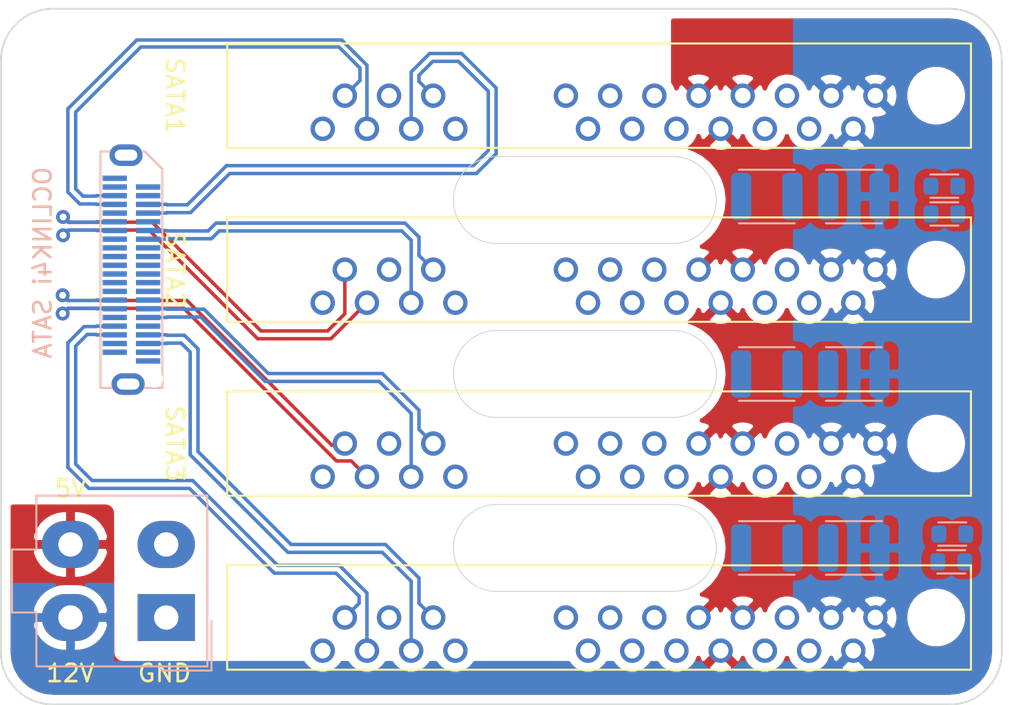
<source format=kicad_pcb>
(kicad_pcb (version 20171130) (host pcbnew 5.1.6)
  (layers (0 F.Cu signal) (1 In1.Cu signal) (2 In2.Cu signal) (31 B.Cu signal) (34 B.Paste user) (35 F.Paste user) (36 B.SilkS user) (37 F.SilkS user) (38 B.Mask user) (39 F.Mask user) (44 Edge.Cuts user))
  (net 0 "")
  (net 1 "Net-(P0-PadB21)")
  (net 2 GND)
  (net 3 /TX3-)
  (net 4 /TX3+)
  (net 5 /TX2-)
  (net 6 /TX2+)
  (net 7 "Net-(P0-PadB13)")
  (net 8 "Net-(P0-PadB12)")
  (net 9 "Net-(P0-PadB10)")
  (net 10 "Net-(P0-PadB9)")
  (net 11 /TX1-)
  (net 12 /TX1+)
  (net 13 /TX0-)
  (net 14 /TX0+)
  (net 15 "Net-(P0-PadA21)")
  (net 16 /RX3-)
  (net 17 /RX3+)
  (net 18 /RX2-)
  (net 19 /RX2+)
  (net 20 "Net-(P0-PadA13)")
  (net 21 "Net-(P0-PadA12)")
  (net 22 "Net-(P0-PadA10)")
  (net 23 "Net-(P0-PadA9)")
  (net 24 /RX1-)
  (net 25 /RX1+)
  (net 26 /RX0-)
  (net 27 /RX0+)
  (net 28 "Net-(P0-PadB1)")
  (net 29 "Net-(P0-PadA1)")
  (net 30 "Net-(P1-PadP2)")
  (net 31 "Net-(P1-PadP11)")
  (net 32 "Net-(P1-PadP3)")
  (net 33 "Net-(P1-PadP1)")
  (net 34 "Net-(P2-PadP2)")
  (net 35 "Net-(P2-PadP11)")
  (net 36 "Net-(P2-PadP3)")
  (net 37 "Net-(P2-PadP1)")
  (net 38 "Net-(P3-PadP2)")
  (net 39 "Net-(P3-PadP11)")
  (net 40 "Net-(P3-PadP3)")
  (net 41 "Net-(P3-PadP1)")
  (net 42 "Net-(P4-PadP2)")
  (net 43 "Net-(P4-PadP11)")
  (net 44 "Net-(P4-PadP3)")
  (net 45 "Net-(P4-PadP1)")
  (net 46 +12V)
  (net 47 +5V)
  (module Applidyne_Capacitor:CAPC3225X170N (layer B.Cu) (at 129 126)
    (fp_text reference C7 hide)
    (fp_text value 10u_X7S_3225M hide)
    (fp_line (start 1.6 1.54) (end -1.6 1.54) (layer B.SilkS) (width 0.12))
    (fp_line (start 1.6 -1.54) (end -1.6 -1.54) (layer B.SilkS) (width 0.12))
    (pad 2 smd roundrect (at 1.475 0 180) (size 1.16 2.72) (layers B.Cu B.Paste B.Mask) (net 2 GND))
    (pad 1 smd roundrect (at -1.475 0 180) (size 1.16 2.72) (layers B.Cu B.Paste B.Mask) (net 47 +5V))
  )
  (module Applidyne_Capacitor:CAPC3225X170N (layer B.Cu) (at 129 116)
    (fp_text reference C6 hide)
    (fp_text value 10u_X7S_3225M hide)
    (fp_line (start 1.6 1.54) (end -1.6 1.54) (layer B.SilkS) (width 0.12))
    (fp_line (start 1.6 -1.54) (end -1.6 -1.54) (layer B.SilkS) (width 0.12))
    (pad 2 smd roundrect (at 1.475 0 180) (size 1.16 2.72) (layers B.Cu B.Paste B.Mask) (net 2 GND))
    (pad 1 smd roundrect (at -1.475 0 180) (size 1.16 2.72) (layers B.Cu B.Paste B.Mask) (net 47 +5V))
  )
  (module Applidyne_Capacitor:CAPC3225X170N (layer B.Cu) (at 129 105.8)
    (fp_text reference C5 hide)
    (fp_text value 10u_X7S_3225M hide)
    (fp_line (start 1.6 1.54) (end -1.6 1.54) (layer B.SilkS) (width 0.12))
    (fp_line (start 1.6 -1.54) (end -1.6 -1.54) (layer B.SilkS) (width 0.12))
    (pad 2 smd roundrect (at 1.475 0 180) (size 1.16 2.72) (layers B.Cu B.Paste B.Mask) (net 2 GND))
    (pad 1 smd roundrect (at -1.475 0 180) (size 1.16 2.72) (layers B.Cu B.Paste B.Mask) (net 47 +5V))
  )
  (module Applidyne_Capacitor:CAPC3225X170N (layer B.Cu) (at 134 126)
    (fp_text reference C3 hide)
    (fp_text value 10u_X7S_3225M hide)
    (fp_line (start 1.6 1.54) (end -1.6 1.54) (layer B.SilkS) (width 0.12))
    (fp_line (start 1.6 -1.54) (end -1.6 -1.54) (layer B.SilkS) (width 0.12))
    (pad 2 smd roundrect (at 1.475 0 180) (size 1.16 2.72) (layers B.Cu B.Paste B.Mask) (net 46 +12V))
    (pad 1 smd roundrect (at -1.475 0 180) (size 1.16 2.72) (layers B.Cu B.Paste B.Mask) (net 2 GND))
  )
  (module Applidyne_Capacitor:CAPC3225X170N (layer B.Cu) (at 134 116)
    (fp_text reference C2 hide)
    (fp_text value 10u_X7S_3225M hide)
    (fp_line (start 1.6 1.54) (end -1.6 1.54) (layer B.SilkS) (width 0.12))
    (fp_line (start 1.6 -1.54) (end -1.6 -1.54) (layer B.SilkS) (width 0.12))
    (pad 2 smd roundrect (at 1.475 0 180) (size 1.16 2.72) (layers B.Cu B.Paste B.Mask) (net 46 +12V))
    (pad 1 smd roundrect (at -1.475 0 180) (size 1.16 2.72) (layers B.Cu B.Paste B.Mask) (net 2 GND))
  )
  (module Applidyne_Capacitor:CAPC3225X170N (layer B.Cu) (at 134 105.8)
    (fp_text reference C1 hide)
    (fp_text value 10u_X7S_3225M hide)
    (fp_line (start 1.6 1.54) (end -1.6 1.54) (layer B.SilkS) (width 0.12))
    (fp_line (start 1.6 -1.54) (end -1.6 -1.54) (layer B.SilkS) (width 0.12))
    (pad 2 smd roundrect (at 1.475 0 180) (size 1.16 2.72) (layers B.Cu B.Paste B.Mask) (net 46 +12V))
    (pad 1 smd roundrect (at -1.475 0 180) (size 1.16 2.72) (layers B.Cu B.Paste B.Mask) (net 2 GND))
  )
  (module Applidyne_Resistor:RESC1608X50N (layer B.Cu) (at 139.6 126.8)
    (fp_text reference R4 hide)
    (fp_text value 0R_1608M hide)
    (fp_line (start 0.8 0.67) (end -0.8 0.67) (layer B.SilkS) (width 0.12))
    (fp_line (start 0.8 -0.67) (end -0.8 -0.67) (layer B.SilkS) (width 0.12))
    (pad 2 smd roundrect (at 0.775 0 180) (size 0.85 0.98) (layers B.Cu B.Paste B.Mask) (net 2 GND))
    (pad 1 smd roundrect (at -0.775 0 180) (size 0.85 0.98) (layers B.Cu B.Paste B.Mask) (net 43 "Net-(P4-PadP11)"))
  )
  (module Applidyne_Resistor:RESC1608X50N (layer B.Cu) (at 139.66 125.2)
    (fp_text reference R3 hide)
    (fp_text value 0R_1608M hide)
    (fp_line (start 0.8 0.67) (end -0.8 0.67) (layer B.SilkS) (width 0.12))
    (fp_line (start 0.8 -0.67) (end -0.8 -0.67) (layer B.SilkS) (width 0.12))
    (pad 2 smd roundrect (at 0.775 0 180) (size 0.85 0.98) (layers B.Cu B.Paste B.Mask) (net 2 GND))
    (pad 1 smd roundrect (at -0.775 0 180) (size 0.85 0.98) (layers B.Cu B.Paste B.Mask) (net 39 "Net-(P3-PadP11)"))
  )
  (module Applidyne_Resistor:RESC1608X50N (layer B.Cu) (at 139.2 106.8)
    (fp_text reference R2 hide)
    (fp_text value 0R_1608M hide)
    (fp_line (start 0.8 0.67) (end -0.8 0.67) (layer B.SilkS) (width 0.12))
    (fp_line (start 0.8 -0.67) (end -0.8 -0.67) (layer B.SilkS) (width 0.12))
    (pad 2 smd roundrect (at 0.775 0 180) (size 0.85 0.98) (layers B.Cu B.Paste B.Mask) (net 2 GND))
    (pad 1 smd roundrect (at -0.775 0 180) (size 0.85 0.98) (layers B.Cu B.Paste B.Mask) (net 35 "Net-(P2-PadP11)"))
  )
  (module Applidyne_Resistor:RESC1608X50N (layer B.Cu) (at 139.2 105.2)
    (fp_text reference R1 hide)
    (fp_text value 0R_1608M hide)
    (fp_line (start 0.8 0.67) (end -0.8 0.67) (layer B.SilkS) (width 0.12))
    (fp_line (start 0.8 -0.67) (end -0.8 -0.67) (layer B.SilkS) (width 0.12))
    (pad 2 smd roundrect (at 0.775 0 180) (size 0.85 0.98) (layers B.Cu B.Paste B.Mask) (net 2 GND))
    (pad 1 smd roundrect (at -0.775 0 180) (size 0.85 0.98) (layers B.Cu B.Paste B.Mask) (net 31 "Net-(P1-PadP11)"))
  )
  (module Applidyne_Connector_Molex:Molex_Mini-Fit_Jr_5566-04A_2x02_P4.20mm_Vertical (layer B.Cu) (at 94.5 130 90)
    (fp_text reference P5 hide)
    (fp_text value MOLEX_MINIFIT_JR_2x2_WAY)
    (fp_line (start 2.1 2.36) (end -2.81 2.36) (layer B.SilkS) (width 0.12))
    (fp_line (start -2.81 2.36) (end -2.81 -7.46) (layer B.SilkS) (width 0.12))
    (fp_line (start -2.81 -7.46) (end 0.29 -7.46) (layer B.SilkS) (width 0.12))
    (fp_line (start 0.29 -7.46) (end 0.29 -8.86) (layer B.SilkS) (width 0.12))
    (fp_line (start 0.29 -8.86) (end 2.1 -8.86) (layer B.SilkS) (width 0.12))
    (fp_line (start 2.1 2.36) (end 7.01 2.36) (layer B.SilkS) (width 0.12))
    (fp_line (start 7.01 2.36) (end 7.01 -7.46) (layer B.SilkS) (width 0.12))
    (fp_line (start 7.01 -7.46) (end 3.91 -7.46) (layer B.SilkS) (width 0.12))
    (fp_line (start 3.91 -7.46) (end 3.91 -8.86) (layer B.SilkS) (width 0.12))
    (fp_line (start 3.91 -8.86) (end 2.1 -8.86) (layer B.SilkS) (width 0.12))
    (fp_line (start -0.2 2.6) (end -3.05 2.6) (layer B.SilkS) (width 0.12))
    (fp_line (start -3.05 2.6) (end -3.05 -0.25) (layer B.SilkS) (width 0.12))
    (pad 4 thru_hole oval (at 4.2 -5.5 90) (size 2.7 3.3) (drill 1.4) (layers *.Cu *.Mask) (net 47 +5V))
    (pad 3 thru_hole oval (at 0 -5.5 90) (size 2.7 3.3) (drill 1.4) (layers *.Cu *.Mask) (net 46 +12V))
    (pad 2 thru_hole oval (at 4.2 0 90) (size 2.7 3.3) (drill 1.4) (layers *.Cu *.Mask) (net 2 GND))
    (pad 1 thru_hole rect (at 0 0 90) (size 2.7 3.3) (drill 1.4) (layers *.Cu *.Mask) (net 2 GND))
  )
  (module Applidyne_Connector_Molex:MOLEX_SATA_877011001 (layer F.Cu) (at 100 130)
    (fp_text reference P4 hide)
    (fp_text value MOLEX_SATA_COMBO hide)
    (fp_line (start -2 -3) (end 40.73 -3) (layer F.SilkS) (width 0.12))
    (fp_line (start 40.73 -3) (end 40.73 3) (layer F.SilkS) (width 0.12))
    (fp_line (start -2 3) (end 40.73 3) (layer F.SilkS) (width 0.12))
    (fp_line (start -2 -3) (end -2 3) (layer F.SilkS) (width 0.12))
    (pad "" np_thru_hole circle (at 38.73 0) (size 2.3 2.3) (drill 2.3) (layers *.Cu *.Mask))
    (pad P14 thru_hole circle (at 33.97 1.905) (size 1.4 1.4) (drill 0.9) (layers *.Cu *.Mask) (net 46 +12V))
    (pad P12 thru_hole circle (at 31.43 1.905) (size 1.4 1.4) (drill 0.9) (layers *.Cu *.Mask) (net 2 GND))
    (pad P10 thru_hole circle (at 28.89 1.905) (size 1.4 1.4) (drill 0.9) (layers *.Cu *.Mask) (net 2 GND))
    (pad P8 thru_hole circle (at 26.35 1.905) (size 1.4 1.4) (drill 0.9) (layers *.Cu *.Mask) (net 47 +5V))
    (pad P6 thru_hole circle (at 23.81 1.905) (size 1.4 1.4) (drill 0.9) (layers *.Cu *.Mask) (net 2 GND))
    (pad P4 thru_hole circle (at 21.27 1.905) (size 1.4 1.4) (drill 0.9) (layers *.Cu *.Mask) (net 2 GND))
    (pad P2 thru_hole circle (at 18.73 1.905) (size 1.4 1.4) (drill 0.9) (layers *.Cu *.Mask) (net 42 "Net-(P4-PadP2)"))
    (pad P15 thru_hole circle (at 35.24 0) (size 1.4 1.4) (drill 0.9) (layers *.Cu *.Mask) (net 46 +12V))
    (pad P13 thru_hole circle (at 32.7 0) (size 1.4 1.4) (drill 0.9) (layers *.Cu *.Mask) (net 46 +12V))
    (pad P11 thru_hole circle (at 30.16 0) (size 1.4 1.4) (drill 0.9) (layers *.Cu *.Mask) (net 43 "Net-(P4-PadP11)"))
    (pad P9 thru_hole circle (at 27.62 0) (size 1.4 1.4) (drill 0.9) (layers *.Cu *.Mask) (net 47 +5V))
    (pad P7 thru_hole circle (at 25.08 0) (size 1.4 1.4) (drill 0.9) (layers *.Cu *.Mask) (net 47 +5V))
    (pad P5 thru_hole circle (at 22.54 0) (size 1.4 1.4) (drill 0.9) (layers *.Cu *.Mask) (net 2 GND))
    (pad P3 thru_hole circle (at 20 0) (size 1.4 1.4) (drill 0.9) (layers *.Cu *.Mask) (net 44 "Net-(P4-PadP3)"))
    (pad P1 thru_hole circle (at 17.46 0) (size 1.4 1.4) (drill 0.9) (layers *.Cu *.Mask) (net 45 "Net-(P4-PadP1)"))
    (pad S7 thru_hole circle (at 11.11 1.905) (size 1.4 1.4) (drill 0.9) (layers *.Cu *.Mask) (net 2 GND))
    (pad S5 thru_hole circle (at 8.57 1.905) (size 1.4 1.4) (drill 0.9) (layers *.Cu *.Mask) (net 16 /RX3-))
    (pad S3 thru_hole circle (at 6.03 1.905) (size 1.4 1.4) (drill 0.9) (layers *.Cu *.Mask) (net 3 /TX3-))
    (pad S6 thru_hole circle (at 9.84 0) (size 1.4 1.4) (drill 0.9) (layers *.Cu *.Mask) (net 17 /RX3+))
    (pad S4 thru_hole circle (at 7.3 0) (size 1.4 1.4) (drill 0.9) (layers *.Cu *.Mask) (net 2 GND))
    (pad S2 thru_hole circle (at 4.76 0) (size 1.4 1.4) (drill 0.9) (layers *.Cu *.Mask) (net 4 /TX3+))
    (pad S1 thru_hole circle (at 3.49 1.905) (size 1.4 1.4) (drill 0.9) (layers *.Cu *.Mask) (net 2 GND))
    (pad "" np_thru_hole circle (at 0 0) (size 2.3 2.3) (drill 2.3) (layers *.Cu *.Mask))
  )
  (module Applidyne_Connector_Molex:MOLEX_SATA_877011001 (layer F.Cu) (at 100 120)
    (fp_text reference P3 hide)
    (fp_text value MOLEX_SATA_COMBO hide)
    (fp_line (start -2 -3) (end 40.73 -3) (layer F.SilkS) (width 0.12))
    (fp_line (start 40.73 -3) (end 40.73 3) (layer F.SilkS) (width 0.12))
    (fp_line (start -2 3) (end 40.73 3) (layer F.SilkS) (width 0.12))
    (fp_line (start -2 -3) (end -2 3) (layer F.SilkS) (width 0.12))
    (pad "" np_thru_hole circle (at 38.73 0) (size 2.3 2.3) (drill 2.3) (layers *.Cu *.Mask))
    (pad P14 thru_hole circle (at 33.97 1.905) (size 1.4 1.4) (drill 0.9) (layers *.Cu *.Mask) (net 46 +12V))
    (pad P12 thru_hole circle (at 31.43 1.905) (size 1.4 1.4) (drill 0.9) (layers *.Cu *.Mask) (net 2 GND))
    (pad P10 thru_hole circle (at 28.89 1.905) (size 1.4 1.4) (drill 0.9) (layers *.Cu *.Mask) (net 2 GND))
    (pad P8 thru_hole circle (at 26.35 1.905) (size 1.4 1.4) (drill 0.9) (layers *.Cu *.Mask) (net 47 +5V))
    (pad P6 thru_hole circle (at 23.81 1.905) (size 1.4 1.4) (drill 0.9) (layers *.Cu *.Mask) (net 2 GND))
    (pad P4 thru_hole circle (at 21.27 1.905) (size 1.4 1.4) (drill 0.9) (layers *.Cu *.Mask) (net 2 GND))
    (pad P2 thru_hole circle (at 18.73 1.905) (size 1.4 1.4) (drill 0.9) (layers *.Cu *.Mask) (net 38 "Net-(P3-PadP2)"))
    (pad P15 thru_hole circle (at 35.24 0) (size 1.4 1.4) (drill 0.9) (layers *.Cu *.Mask) (net 46 +12V))
    (pad P13 thru_hole circle (at 32.7 0) (size 1.4 1.4) (drill 0.9) (layers *.Cu *.Mask) (net 46 +12V))
    (pad P11 thru_hole circle (at 30.16 0) (size 1.4 1.4) (drill 0.9) (layers *.Cu *.Mask) (net 39 "Net-(P3-PadP11)"))
    (pad P9 thru_hole circle (at 27.62 0) (size 1.4 1.4) (drill 0.9) (layers *.Cu *.Mask) (net 47 +5V))
    (pad P7 thru_hole circle (at 25.08 0) (size 1.4 1.4) (drill 0.9) (layers *.Cu *.Mask) (net 47 +5V))
    (pad P5 thru_hole circle (at 22.54 0) (size 1.4 1.4) (drill 0.9) (layers *.Cu *.Mask) (net 2 GND))
    (pad P3 thru_hole circle (at 20 0) (size 1.4 1.4) (drill 0.9) (layers *.Cu *.Mask) (net 40 "Net-(P3-PadP3)"))
    (pad P1 thru_hole circle (at 17.46 0) (size 1.4 1.4) (drill 0.9) (layers *.Cu *.Mask) (net 41 "Net-(P3-PadP1)"))
    (pad S7 thru_hole circle (at 11.11 1.905) (size 1.4 1.4) (drill 0.9) (layers *.Cu *.Mask) (net 2 GND))
    (pad S5 thru_hole circle (at 8.57 1.905) (size 1.4 1.4) (drill 0.9) (layers *.Cu *.Mask) (net 18 /RX2-))
    (pad S3 thru_hole circle (at 6.03 1.905) (size 1.4 1.4) (drill 0.9) (layers *.Cu *.Mask) (net 5 /TX2-))
    (pad S6 thru_hole circle (at 9.84 0) (size 1.4 1.4) (drill 0.9) (layers *.Cu *.Mask) (net 19 /RX2+))
    (pad S4 thru_hole circle (at 7.3 0) (size 1.4 1.4) (drill 0.9) (layers *.Cu *.Mask) (net 2 GND))
    (pad S2 thru_hole circle (at 4.76 0) (size 1.4 1.4) (drill 0.9) (layers *.Cu *.Mask) (net 6 /TX2+))
    (pad S1 thru_hole circle (at 3.49 1.905) (size 1.4 1.4) (drill 0.9) (layers *.Cu *.Mask) (net 2 GND))
    (pad "" np_thru_hole circle (at 0 0) (size 2.3 2.3) (drill 2.3) (layers *.Cu *.Mask))
  )
  (module Applidyne_Connector_Molex:MOLEX_SATA_877011001 (layer F.Cu) (at 100 110)
    (fp_text reference P2 hide)
    (fp_text value MOLEX_SATA_COMBO hide)
    (fp_line (start -2 -3) (end 40.73 -3) (layer F.SilkS) (width 0.12))
    (fp_line (start 40.73 -3) (end 40.73 3) (layer F.SilkS) (width 0.12))
    (fp_line (start -2 3) (end 40.73 3) (layer F.SilkS) (width 0.12))
    (fp_line (start -2 -3) (end -2 3) (layer F.SilkS) (width 0.12))
    (pad "" np_thru_hole circle (at 38.73 0) (size 2.3 2.3) (drill 2.3) (layers *.Cu *.Mask))
    (pad P14 thru_hole circle (at 33.97 1.905) (size 1.4 1.4) (drill 0.9) (layers *.Cu *.Mask) (net 46 +12V))
    (pad P12 thru_hole circle (at 31.43 1.905) (size 1.4 1.4) (drill 0.9) (layers *.Cu *.Mask) (net 2 GND))
    (pad P10 thru_hole circle (at 28.89 1.905) (size 1.4 1.4) (drill 0.9) (layers *.Cu *.Mask) (net 2 GND))
    (pad P8 thru_hole circle (at 26.35 1.905) (size 1.4 1.4) (drill 0.9) (layers *.Cu *.Mask) (net 47 +5V))
    (pad P6 thru_hole circle (at 23.81 1.905) (size 1.4 1.4) (drill 0.9) (layers *.Cu *.Mask) (net 2 GND))
    (pad P4 thru_hole circle (at 21.27 1.905) (size 1.4 1.4) (drill 0.9) (layers *.Cu *.Mask) (net 2 GND))
    (pad P2 thru_hole circle (at 18.73 1.905) (size 1.4 1.4) (drill 0.9) (layers *.Cu *.Mask) (net 34 "Net-(P2-PadP2)"))
    (pad P15 thru_hole circle (at 35.24 0) (size 1.4 1.4) (drill 0.9) (layers *.Cu *.Mask) (net 46 +12V))
    (pad P13 thru_hole circle (at 32.7 0) (size 1.4 1.4) (drill 0.9) (layers *.Cu *.Mask) (net 46 +12V))
    (pad P11 thru_hole circle (at 30.16 0) (size 1.4 1.4) (drill 0.9) (layers *.Cu *.Mask) (net 35 "Net-(P2-PadP11)"))
    (pad P9 thru_hole circle (at 27.62 0) (size 1.4 1.4) (drill 0.9) (layers *.Cu *.Mask) (net 47 +5V))
    (pad P7 thru_hole circle (at 25.08 0) (size 1.4 1.4) (drill 0.9) (layers *.Cu *.Mask) (net 47 +5V))
    (pad P5 thru_hole circle (at 22.54 0) (size 1.4 1.4) (drill 0.9) (layers *.Cu *.Mask) (net 2 GND))
    (pad P3 thru_hole circle (at 20 0) (size 1.4 1.4) (drill 0.9) (layers *.Cu *.Mask) (net 36 "Net-(P2-PadP3)"))
    (pad P1 thru_hole circle (at 17.46 0) (size 1.4 1.4) (drill 0.9) (layers *.Cu *.Mask) (net 37 "Net-(P2-PadP1)"))
    (pad S7 thru_hole circle (at 11.11 1.905) (size 1.4 1.4) (drill 0.9) (layers *.Cu *.Mask) (net 2 GND))
    (pad S5 thru_hole circle (at 8.57 1.905) (size 1.4 1.4) (drill 0.9) (layers *.Cu *.Mask) (net 24 /RX1-))
    (pad S3 thru_hole circle (at 6.03 1.905) (size 1.4 1.4) (drill 0.9) (layers *.Cu *.Mask) (net 11 /TX1-))
    (pad S6 thru_hole circle (at 9.84 0) (size 1.4 1.4) (drill 0.9) (layers *.Cu *.Mask) (net 25 /RX1+))
    (pad S4 thru_hole circle (at 7.3 0) (size 1.4 1.4) (drill 0.9) (layers *.Cu *.Mask) (net 2 GND))
    (pad S2 thru_hole circle (at 4.76 0) (size 1.4 1.4) (drill 0.9) (layers *.Cu *.Mask) (net 12 /TX1+))
    (pad S1 thru_hole circle (at 3.49 1.905) (size 1.4 1.4) (drill 0.9) (layers *.Cu *.Mask) (net 2 GND))
    (pad "" np_thru_hole circle (at 0 0) (size 2.3 2.3) (drill 2.3) (layers *.Cu *.Mask))
  )
  (module Applidyne_Connector_Molex:MOLEX_SATA_877011001 (layer F.Cu) (at 100 100)
    (fp_text reference P1 hide)
    (fp_text value MOLEX_SATA_COMBO hide)
    (fp_line (start -2 -3) (end 40.73 -3) (layer F.SilkS) (width 0.12))
    (fp_line (start 40.73 -3) (end 40.73 3) (layer F.SilkS) (width 0.12))
    (fp_line (start -2 3) (end 40.73 3) (layer F.SilkS) (width 0.12))
    (fp_line (start -2 -3) (end -2 3) (layer F.SilkS) (width 0.12))
    (pad "" np_thru_hole circle (at 38.73 0) (size 2.3 2.3) (drill 2.3) (layers *.Cu *.Mask))
    (pad P14 thru_hole circle (at 33.97 1.905) (size 1.4 1.4) (drill 0.9) (layers *.Cu *.Mask) (net 46 +12V))
    (pad P12 thru_hole circle (at 31.43 1.905) (size 1.4 1.4) (drill 0.9) (layers *.Cu *.Mask) (net 2 GND))
    (pad P10 thru_hole circle (at 28.89 1.905) (size 1.4 1.4) (drill 0.9) (layers *.Cu *.Mask) (net 2 GND))
    (pad P8 thru_hole circle (at 26.35 1.905) (size 1.4 1.4) (drill 0.9) (layers *.Cu *.Mask) (net 47 +5V))
    (pad P6 thru_hole circle (at 23.81 1.905) (size 1.4 1.4) (drill 0.9) (layers *.Cu *.Mask) (net 2 GND))
    (pad P4 thru_hole circle (at 21.27 1.905) (size 1.4 1.4) (drill 0.9) (layers *.Cu *.Mask) (net 2 GND))
    (pad P2 thru_hole circle (at 18.73 1.905) (size 1.4 1.4) (drill 0.9) (layers *.Cu *.Mask) (net 30 "Net-(P1-PadP2)"))
    (pad P15 thru_hole circle (at 35.24 0) (size 1.4 1.4) (drill 0.9) (layers *.Cu *.Mask) (net 46 +12V))
    (pad P13 thru_hole circle (at 32.7 0) (size 1.4 1.4) (drill 0.9) (layers *.Cu *.Mask) (net 46 +12V))
    (pad P11 thru_hole circle (at 30.16 0) (size 1.4 1.4) (drill 0.9) (layers *.Cu *.Mask) (net 31 "Net-(P1-PadP11)"))
    (pad P9 thru_hole circle (at 27.62 0) (size 1.4 1.4) (drill 0.9) (layers *.Cu *.Mask) (net 47 +5V))
    (pad P7 thru_hole circle (at 25.08 0) (size 1.4 1.4) (drill 0.9) (layers *.Cu *.Mask) (net 47 +5V))
    (pad P5 thru_hole circle (at 22.54 0) (size 1.4 1.4) (drill 0.9) (layers *.Cu *.Mask) (net 2 GND))
    (pad P3 thru_hole circle (at 20 0) (size 1.4 1.4) (drill 0.9) (layers *.Cu *.Mask) (net 32 "Net-(P1-PadP3)"))
    (pad P1 thru_hole circle (at 17.46 0) (size 1.4 1.4) (drill 0.9) (layers *.Cu *.Mask) (net 33 "Net-(P1-PadP1)"))
    (pad S7 thru_hole circle (at 11.11 1.905) (size 1.4 1.4) (drill 0.9) (layers *.Cu *.Mask) (net 2 GND))
    (pad S5 thru_hole circle (at 8.57 1.905) (size 1.4 1.4) (drill 0.9) (layers *.Cu *.Mask) (net 26 /RX0-))
    (pad S3 thru_hole circle (at 6.03 1.905) (size 1.4 1.4) (drill 0.9) (layers *.Cu *.Mask) (net 13 /TX0-))
    (pad S6 thru_hole circle (at 9.84 0) (size 1.4 1.4) (drill 0.9) (layers *.Cu *.Mask) (net 27 /RX0+))
    (pad S4 thru_hole circle (at 7.3 0) (size 1.4 1.4) (drill 0.9) (layers *.Cu *.Mask) (net 2 GND))
    (pad S2 thru_hole circle (at 4.76 0) (size 1.4 1.4) (drill 0.9) (layers *.Cu *.Mask) (net 14 /TX0+))
    (pad S1 thru_hole circle (at 3.49 1.905) (size 1.4 1.4) (drill 0.9) (layers *.Cu *.Mask) (net 2 GND))
    (pad "" np_thru_hole circle (at 0 0) (size 2.3 2.3) (drill 2.3) (layers *.Cu *.Mask))
  )
  (module Applidyne_Connector_Molex:MOLEX_NANOPITCH_171983-2342 (layer B.Cu) (at 92.5 110 270)
    (fp_text reference P0 hide)
    (fp_text value MOLEX_NANOPITCH_42_WAY hide)
    (fp_line (start 6.7945 -0.762) (end 6.7945 -1.778) (layer B.SilkS) (width 0.12))
    (fp_line (start -6.7945 1.778) (end -6.7945 1.27) (layer B.SilkS) (width 0.12))
    (fp_line (start -6.7945 -0.635) (end -6.7945 -0.762) (layer B.SilkS) (width 0.12))
    (fp_line (start -5.7785 -1.778) (end -6.7945 -0.762) (layer B.SilkS) (width 0.12))
    (fp_line (start 6.7945 1.778) (end 6.7945 1.143) (layer B.SilkS) (width 0.12))
    (fp_line (start -6.7945 1.778) (end 6.7945 1.778) (layer B.SilkS) (width 0.12))
    (fp_line (start -5.7785 -1.778) (end 6.7945 -1.778) (layer B.SilkS) (width 0.12))
    (pad B21 smd rect (at 4.75 0.96 270) (size 0.31 1.4) (layers B.Cu B.Paste B.Mask) (net 1 "Net-(P0-PadB21)"))
    (pad B20 smd rect (at 4.25 0.96 270) (size 0.31 1.4) (layers B.Cu B.Paste B.Mask) (net 2 GND))
    (pad B19 smd rect (at 3.75 0.96 270) (size 0.31 1.4) (layers B.Cu B.Paste B.Mask) (net 3 /TX3-))
    (pad B18 smd rect (at 3.25 0.96 270) (size 0.31 1.4) (layers B.Cu B.Paste B.Mask) (net 4 /TX3+))
    (pad B17 smd rect (at 2.75 0.96 270) (size 0.31 1.4) (layers B.Cu B.Paste B.Mask) (net 2 GND))
    (pad B16 smd rect (at 2.25 0.96 270) (size 0.31 1.4) (layers B.Cu B.Paste B.Mask) (net 5 /TX2-))
    (pad B15 smd rect (at 1.75 0.96 270) (size 0.31 1.4) (layers B.Cu B.Paste B.Mask) (net 6 /TX2+))
    (pad B14 smd rect (at 1.25 0.96 270) (size 0.31 1.4) (layers B.Cu B.Paste B.Mask) (net 2 GND))
    (pad B13 smd rect (at 0.75 0.96 270) (size 0.31 1.4) (layers B.Cu B.Paste B.Mask) (net 7 "Net-(P0-PadB13)"))
    (pad B12 smd rect (at 0.25 0.96 270) (size 0.31 1.4) (layers B.Cu B.Paste B.Mask) (net 8 "Net-(P0-PadB12)"))
    (pad B11 smd rect (at -0.25 0.96 270) (size 0.31 1.4) (layers B.Cu B.Paste B.Mask) (net 2 GND))
    (pad B10 smd rect (at -0.75 0.96 270) (size 0.31 1.4) (layers B.Cu B.Paste B.Mask) (net 9 "Net-(P0-PadB10)"))
    (pad B9 smd rect (at -1.25 0.96 270) (size 0.31 1.4) (layers B.Cu B.Paste B.Mask) (net 10 "Net-(P0-PadB9)"))
    (pad B8 smd rect (at -1.75 0.96 270) (size 0.31 1.4) (layers B.Cu B.Paste B.Mask) (net 2 GND))
    (pad B7 smd rect (at -2.25 0.96 270) (size 0.31 1.4) (layers B.Cu B.Paste B.Mask) (net 11 /TX1-))
    (pad B6 smd rect (at -2.75 0.96 270) (size 0.31 1.4) (layers B.Cu B.Paste B.Mask) (net 12 /TX1+))
    (pad B5 smd rect (at -3.25 0.96 270) (size 0.31 1.4) (layers B.Cu B.Paste B.Mask) (net 2 GND))
    (pad B4 smd rect (at -3.75 0.96 270) (size 0.31 1.4) (layers B.Cu B.Paste B.Mask) (net 13 /TX0-))
    (pad B3 smd rect (at -4.25 0.96 270) (size 0.31 1.4) (layers B.Cu B.Paste B.Mask) (net 14 /TX0+))
    (pad B2 smd rect (at -4.75 0.96 270) (size 0.31 1.4) (layers B.Cu B.Paste B.Mask) (net 2 GND))
    (pad A21 smd rect (at 5.25 -0.96 270) (size 0.31 1.4) (layers B.Cu B.Paste B.Mask) (net 15 "Net-(P0-PadA21)"))
    (pad A20 smd rect (at 4.75 -0.96 270) (size 0.31 1.4) (layers B.Cu B.Paste B.Mask) (net 2 GND))
    (pad A19 smd rect (at 4.25 -0.96 270) (size 0.31 1.4) (layers B.Cu B.Paste B.Mask) (net 16 /RX3-))
    (pad A18 smd rect (at 3.75 -0.96 270) (size 0.31 1.4) (layers B.Cu B.Paste B.Mask) (net 17 /RX3+))
    (pad A17 smd rect (at 3.25 -0.96 270) (size 0.31 1.4) (layers B.Cu B.Paste B.Mask) (net 2 GND))
    (pad A16 smd rect (at 2.75 -0.96 270) (size 0.31 1.4) (layers B.Cu B.Paste B.Mask) (net 18 /RX2-))
    (pad A15 smd rect (at 2.25 -0.96 270) (size 0.31 1.4) (layers B.Cu B.Paste B.Mask) (net 19 /RX2+))
    (pad A14 smd rect (at 1.75 -0.96 270) (size 0.31 1.4) (layers B.Cu B.Paste B.Mask) (net 2 GND))
    (pad A13 smd rect (at 1.25 -0.96 270) (size 0.31 1.4) (layers B.Cu B.Paste B.Mask) (net 20 "Net-(P0-PadA13)"))
    (pad A12 smd rect (at 0.75 -0.96 270) (size 0.31 1.4) (layers B.Cu B.Paste B.Mask) (net 21 "Net-(P0-PadA12)"))
    (pad A11 smd rect (at 0.25 -0.96 270) (size 0.31 1.4) (layers B.Cu B.Paste B.Mask) (net 2 GND))
    (pad A10 smd rect (at -0.25 -0.96 270) (size 0.31 1.4) (layers B.Cu B.Paste B.Mask) (net 22 "Net-(P0-PadA10)"))
    (pad A9 smd rect (at -0.75 -0.96 270) (size 0.31 1.4) (layers B.Cu B.Paste B.Mask) (net 23 "Net-(P0-PadA9)"))
    (pad A8 smd rect (at -1.25 -0.96 270) (size 0.31 1.4) (layers B.Cu B.Paste B.Mask) (net 2 GND))
    (pad A7 smd rect (at -1.75 -0.96 270) (size 0.31 1.4) (layers B.Cu B.Paste B.Mask) (net 24 /RX1-))
    (pad A6 smd rect (at -2.25 -0.96 270) (size 0.31 1.4) (layers B.Cu B.Paste B.Mask) (net 25 /RX1+))
    (pad A5 smd rect (at -2.75 -0.96 270) (size 0.31 1.4) (layers B.Cu B.Paste B.Mask) (net 2 GND))
    (pad A4 smd rect (at -3.25 -0.96 270) (size 0.31 1.4) (layers B.Cu B.Paste B.Mask) (net 26 /RX0-))
    (pad A3 smd rect (at -3.75 -0.96 270) (size 0.31 1.4) (layers B.Cu B.Paste B.Mask) (net 27 /RX0+))
    (pad A2 smd rect (at -4.25 -0.96 270) (size 0.31 1.4) (layers B.Cu B.Paste B.Mask) (net 2 GND))
    (pad "" np_thru_hole circle (at 6.28 -1.31 270) (size 1 1) (drill 1) (layers *.Cu *.Mask))
    (pad "" thru_hole oval (at 6.58 0.19 270) (size 1.24 1.9) (drill oval 0.64 1.3) (layers *.Cu *.Mask))
    (pad B1 smd rect (at -5.25 0.96 270) (size 0.31 1.4) (layers B.Cu B.Paste B.Mask) (net 28 "Net-(P0-PadB1)"))
    (pad "" np_thru_hole circle (at -5.62 -0.95 270) (size 1 1) (drill 1) (layers *.Cu *.Mask))
    (pad A1 smd rect (at -4.75 -0.96 270) (size 0.31 1.4) (layers B.Cu B.Paste B.Mask) (net 29 "Net-(P0-PadA1)"))
    (pad "" thru_hole oval (at -6.58 0.31 270) (size 1.24 1.9) (drill oval 0.64 1.3) (layers *.Cu *.Mask))
  )
  (gr_text GND (at 94.4 133.2) (layer F.SilkS) (effects (font (size 1 1))))
  (gr_text 5V (at 89 122.6) (layer F.SilkS) (effects (font (size 1 1))))
  (gr_text 12V (at 89 133.2) (layer F.SilkS) (effects (font (size 1 1))))
  (gr_text "OCLINK4i SATA" (at 87.4 109.6 90) (layer B.SilkS) (effects (font (size 1 1)) (justify mirror)))
  (gr_line (start 113.5 108.5) (end 123.6 108.5) (layer Edge.Cuts) (width 0.05))
  (gr_arc (start 123.6 106) (end 123.6 108.5) (angle -180) (layer Edge.Cuts) (width 0.05))
  (gr_line (start 123.6 103.5) (end 113.5 103.5) (layer Edge.Cuts) (width 0.05))
  (gr_line (start 113.5 118.5) (end 123.6 118.5) (layer Edge.Cuts) (width 0.05))
  (gr_arc (start 123.6 116) (end 123.6 118.5) (angle -180) (layer Edge.Cuts) (width 0.05))
  (gr_line (start 123.6 113.5) (end 113.5 113.5) (layer Edge.Cuts) (width 0.05))
  (gr_arc (start 113.5 106) (end 113.5 103.5) (angle -180) (layer Edge.Cuts) (width 0.05))
  (gr_line (start 113.5 128.5) (end 123.6 128.5) (layer Edge.Cuts) (width 0.05))
  (gr_line (start 123.6 123.5) (end 113.5 123.5) (layer Edge.Cuts) (width 0.05))
  (gr_arc (start 113.5 126) (end 113.5 123.5) (angle -180) (layer Edge.Cuts) (width 0.05))
  (gr_arc (start 123.6 126) (end 123.6 128.5) (angle -180) (layer Edge.Cuts) (width 0.05))
  (gr_arc (start 113.5 116) (end 113.5 113.5) (angle -180) (layer Edge.Cuts) (width 0.05))
  (gr_text SATA3 (at 95 120 270) (layer F.SilkS) (effects (font (size 1 1))))
  (gr_text SATA2 (at 95 110 270) (layer F.SilkS) (effects (font (size 1 1))))
  (gr_text SATA1 (at 95 100 270) (layer F.SilkS) (effects (font (size 1 1))))
  (gr_arc (start 139.5 132) (end 142.5 132) (angle 90) (layer Edge.Cuts) (width 0.1))
  (gr_arc (start 139.5 98) (end 139.5 95) (angle 90) (layer Edge.Cuts) (width 0.1))
  (gr_arc (start 88 98) (end 85 98) (angle 90) (layer Edge.Cuts) (width 0.1))
  (gr_arc (start 88 132) (end 88 135) (angle 90) (layer Edge.Cuts) (width 0.1))
  (gr_line (start 85 98) (end 85 132) (layer Edge.Cuts) (width 0.1))
  (gr_line (start 139.5 95) (end 88 95) (layer Edge.Cuts) (width 0.1))
  (gr_line (start 142.5 132) (end 142.5 98) (layer Edge.Cuts) (width 0.1))
  (gr_line (start 88 135) (end 139.5 135) (layer Edge.Cuts) (width 0.1))
  (segment (start 106.03 128.5868) (end 104.4432 127) (width 0.2) (layer B.Cu) (net 3))
  (segment (start 106.03 131.905) (end 106.03 128.5868) (width 0.2) (layer B.Cu) (net 3))
  (segment (start 104.4432 127) (end 100.8932 127) (width 0.2) (layer B.Cu) (net 3))
  (segment (start 100.8932 127) (end 96.0182 122.125) (width 0.2) (layer B.Cu) (net 3))
  (segment (start 96.0182 122.125) (end 90.2432 122.125) (width 0.2) (layer B.Cu) (net 3))
  (segment (start 90.2432 122.125) (end 89.3 121.1818) (width 0.2) (layer B.Cu) (net 3))
  (segment (start 89.3 121.1818) (end 89.3 114.3932) (width 0.2) (layer B.Cu) (net 3))
  (segment (start 89.9682 113.725) (end 90.464999 113.725) (width 0.2) (layer B.Cu) (net 3))
  (segment (start 90.489999 113.75) (end 91.54 113.75) (width 0.2) (layer B.Cu) (net 3))
  (segment (start 89.3 114.3932) (end 89.9682 113.725) (width 0.2) (layer B.Cu) (net 3))
  (segment (start 90.464999 113.725) (end 90.489999 113.75) (width 0.2) (layer B.Cu) (net 3))
  (segment (start 105.58 129.18) (end 105.58 128.7732) (width 0.2) (layer B.Cu) (net 4))
  (segment (start 104.76 130) (end 105.58 129.18) (width 0.2) (layer B.Cu) (net 4))
  (segment (start 105.58 128.7732) (end 104.2568 127.45) (width 0.2) (layer B.Cu) (net 4))
  (segment (start 104.2568 127.45) (end 100.7068 127.45) (width 0.2) (layer B.Cu) (net 4))
  (segment (start 100.7068 127.45) (end 95.8318 122.575) (width 0.2) (layer B.Cu) (net 4))
  (segment (start 95.8318 122.575) (end 90.0568 122.575) (width 0.2) (layer B.Cu) (net 4))
  (segment (start 90.0568 122.575) (end 88.85 121.3682) (width 0.2) (layer B.Cu) (net 4))
  (segment (start 88.85 121.3682) (end 88.85 114.2068) (width 0.2) (layer B.Cu) (net 4))
  (segment (start 90.489999 113.25) (end 91.54 113.25) (width 0.2) (layer B.Cu) (net 4))
  (segment (start 90.464999 113.275) (end 90.489999 113.25) (width 0.2) (layer B.Cu) (net 4))
  (segment (start 89.7818 113.275) (end 90.464999 113.275) (width 0.2) (layer B.Cu) (net 4))
  (segment (start 88.85 114.2068) (end 89.7818 113.275) (width 0.2) (layer B.Cu) (net 4))
  (segment (start 103.759999 120.478199) (end 95.5068 112.225) (width 0.2) (layer F.Cu) (net 5))
  (segment (start 103.759999 120.480001) (end 103.759999 120.478199) (width 0.2) (layer F.Cu) (net 5))
  (segment (start 88.85 112.225) (end 88.55 112.525) (width 0.2) (layer F.Cu) (net 5))
  (segment (start 105.125001 121.000001) (end 104.279999 121.000001) (width 0.2) (layer F.Cu) (net 5))
  (segment (start 104.279999 121.000001) (end 103.759999 120.480001) (width 0.2) (layer F.Cu) (net 5))
  (segment (start 106.03 121.905) (end 105.125001 121.000001) (width 0.2) (layer F.Cu) (net 5))
  (via (at 88.55 112.525) (size 0.8) (drill 0.4) (layers F.Cu B.Cu) (net 5))
  (segment (start 95.5068 112.225) (end 88.85 112.225) (width 0.2) (layer F.Cu) (net 5))
  (segment (start 90.489999 112.25) (end 91.54 112.25) (width 0.2) (layer B.Cu) (net 5))
  (segment (start 90.464999 112.225) (end 90.489999 112.25) (width 0.2) (layer B.Cu) (net 5))
  (segment (start 88.85 112.225) (end 90.464999 112.225) (width 0.2) (layer B.Cu) (net 5))
  (segment (start 88.55 112.525) (end 88.85 112.225) (width 0.2) (layer B.Cu) (net 5))
  (segment (start 104.6675 120.0925) (end 104.1107 120.0925) (width 0.2) (layer F.Cu) (net 6))
  (segment (start 104.76 120) (end 104.6675 120.0925) (width 0.2) (layer F.Cu) (net 6))
  (segment (start 95.6932 111.775) (end 88.85 111.775) (width 0.2) (layer F.Cu) (net 6))
  (segment (start 104.0107 120.0925) (end 95.6932 111.775) (width 0.2) (layer F.Cu) (net 6))
  (segment (start 104.6675 120.0925) (end 104.0107 120.0925) (width 0.2) (layer F.Cu) (net 6))
  (segment (start 88.85 111.775) (end 88.55 111.475) (width 0.2) (layer F.Cu) (net 6))
  (via (at 88.55 111.475) (size 0.8) (drill 0.4) (layers F.Cu B.Cu) (net 6))
  (segment (start 90.489999 111.75) (end 91.54 111.75) (width 0.2) (layer B.Cu) (net 6))
  (segment (start 90.464999 111.775) (end 90.489999 111.75) (width 0.2) (layer B.Cu) (net 6))
  (segment (start 88.85 111.775) (end 90.464999 111.775) (width 0.2) (layer B.Cu) (net 6))
  (segment (start 88.55 111.475) (end 88.85 111.775) (width 0.2) (layer B.Cu) (net 6))
  (segment (start 103.96 113.975) (end 99.7568 113.975) (width 0.2) (layer F.Cu) (net 11))
  (segment (start 106.03 111.905) (end 103.96 113.975) (width 0.2) (layer F.Cu) (net 11))
  (segment (start 99.7568 113.975) (end 93.5068 107.725) (width 0.2) (layer F.Cu) (net 11))
  (via (at 88.575 108.025) (size 0.8) (drill 0.4) (layers F.Cu B.Cu) (net 11))
  (segment (start 88.875 107.725) (end 88.575 108.025) (width 0.2) (layer F.Cu) (net 11))
  (segment (start 93.5068 107.725) (end 88.875 107.725) (width 0.2) (layer F.Cu) (net 11))
  (segment (start 90.489999 107.75) (end 91.54 107.75) (width 0.2) (layer B.Cu) (net 11))
  (segment (start 90.464999 107.725) (end 90.489999 107.75) (width 0.2) (layer B.Cu) (net 11))
  (segment (start 88.875 107.725) (end 90.464999 107.725) (width 0.2) (layer B.Cu) (net 11))
  (segment (start 88.575 108.025) (end 88.875 107.725) (width 0.2) (layer B.Cu) (net 11))
  (segment (start 104.76 112.538603) (end 103.773603 113.525) (width 0.2) (layer F.Cu) (net 12))
  (segment (start 104.76 110) (end 104.76 112.538603) (width 0.2) (layer F.Cu) (net 12))
  (segment (start 103.773603 113.525) (end 99.9432 113.525) (width 0.2) (layer F.Cu) (net 12))
  (segment (start 88.875 107.275) (end 88.575 106.975) (width 0.2) (layer F.Cu) (net 12))
  (segment (start 93.6932 107.275) (end 88.875 107.275) (width 0.2) (layer F.Cu) (net 12))
  (segment (start 99.9432 113.525) (end 93.6932 107.275) (width 0.2) (layer F.Cu) (net 12))
  (via (at 88.575 106.975) (size 0.8) (drill 0.4) (layers F.Cu B.Cu) (net 12))
  (segment (start 90.489999 107.25) (end 91.54 107.25) (width 0.2) (layer B.Cu) (net 12))
  (segment (start 90.464999 107.275) (end 90.489999 107.25) (width 0.2) (layer B.Cu) (net 12))
  (segment (start 88.875 107.275) (end 90.464999 107.275) (width 0.2) (layer B.Cu) (net 12))
  (segment (start 88.575 106.975) (end 88.875 107.275) (width 0.2) (layer B.Cu) (net 12))
  (segment (start 90.464999 106.225) (end 90.489999 106.25) (width 0.2) (layer B.Cu) (net 13))
  (segment (start 89.5318 106.225) (end 90.464999 106.225) (width 0.2) (layer B.Cu) (net 13))
  (segment (start 88.85 105.5432) (end 89.5318 106.225) (width 0.2) (layer B.Cu) (net 13))
  (segment (start 90.489999 106.25) (end 91.54 106.25) (width 0.2) (layer B.Cu) (net 13))
  (segment (start 88.85 100.7568) (end 88.85 105.5432) (width 0.2) (layer B.Cu) (net 13))
  (segment (start 92.8068 96.8) (end 88.85 100.7568) (width 0.2) (layer B.Cu) (net 13))
  (segment (start 106.03 101.905) (end 106.03 98.247156) (width 0.2) (layer B.Cu) (net 13))
  (segment (start 104.582844 96.8) (end 92.8068 96.8) (width 0.2) (layer B.Cu) (net 13))
  (segment (start 106.03 98.247156) (end 104.582844 96.8) (width 0.2) (layer B.Cu) (net 13))
  (segment (start 89.3 105.3568) (end 89.7182 105.775) (width 0.2) (layer B.Cu) (net 14))
  (segment (start 104.76 100) (end 105.63 99.13) (width 0.2) (layer B.Cu) (net 14))
  (segment (start 104.417156 97.2) (end 93.0432 97.2) (width 0.2) (layer B.Cu) (net 14))
  (segment (start 105.63 99.13) (end 105.63 98.412844) (width 0.2) (layer B.Cu) (net 14))
  (segment (start 93.0432 97.2) (end 89.3 100.9432) (width 0.2) (layer B.Cu) (net 14))
  (segment (start 90.464999 105.775) (end 90.489999 105.75) (width 0.2) (layer B.Cu) (net 14))
  (segment (start 89.3 100.9432) (end 89.3 105.3568) (width 0.2) (layer B.Cu) (net 14))
  (segment (start 89.7182 105.775) (end 90.464999 105.775) (width 0.2) (layer B.Cu) (net 14))
  (segment (start 105.63 98.412844) (end 104.417156 97.2) (width 0.2) (layer B.Cu) (net 14))
  (segment (start 90.489999 105.75) (end 91.54 105.75) (width 0.2) (layer B.Cu) (net 14))
  (segment (start 108.57 131.905) (end 108.57 127.9132) (width 0.2) (layer B.Cu) (net 16))
  (segment (start 108.57 127.9132) (end 106.9068 126.25) (width 0.2) (layer B.Cu) (net 16))
  (segment (start 106.9068 126.25) (end 101.4818 126.25) (width 0.2) (layer B.Cu) (net 16))
  (segment (start 101.4818 126.25) (end 95.875 120.6432) (width 0.2) (layer B.Cu) (net 16))
  (segment (start 95.875 120.6432) (end 95.875 114.7432) (width 0.2) (layer B.Cu) (net 16))
  (segment (start 94.510001 114.25) (end 93.46 114.25) (width 0.2) (layer B.Cu) (net 16))
  (segment (start 94.535001 114.225) (end 94.510001 114.25) (width 0.2) (layer B.Cu) (net 16))
  (segment (start 95.875 114.7432) (end 95.3568 114.225) (width 0.2) (layer B.Cu) (net 16))
  (segment (start 95.3568 114.225) (end 94.535001 114.225) (width 0.2) (layer B.Cu) (net 16))
  (segment (start 109.02 127.7268) (end 107.0932 125.8) (width 0.2) (layer B.Cu) (net 17))
  (segment (start 109.02 129.18) (end 109.02 127.7268) (width 0.2) (layer B.Cu) (net 17))
  (segment (start 109.84 130) (end 109.02 129.18) (width 0.2) (layer B.Cu) (net 17))
  (segment (start 107.0932 125.8) (end 101.6682 125.8) (width 0.2) (layer B.Cu) (net 17))
  (segment (start 101.6682 125.8) (end 96.325 120.4568) (width 0.2) (layer B.Cu) (net 17))
  (segment (start 96.325 120.4568) (end 96.325 114.5568) (width 0.2) (layer B.Cu) (net 17))
  (segment (start 94.510001 113.75) (end 93.46 113.75) (width 0.2) (layer B.Cu) (net 17))
  (segment (start 94.535001 113.775) (end 94.510001 113.75) (width 0.2) (layer B.Cu) (net 17))
  (segment (start 95.5432 113.775) (end 94.535001 113.775) (width 0.2) (layer B.Cu) (net 17))
  (segment (start 96.325 114.5568) (end 95.5432 113.775) (width 0.2) (layer B.Cu) (net 17))
  (segment (start 94.535001 112.725) (end 96.4818 112.725) (width 0.2) (layer B.Cu) (net 18))
  (segment (start 93.46 112.75) (end 94.510001 112.75) (width 0.2) (layer B.Cu) (net 18))
  (segment (start 94.510001 112.75) (end 94.535001 112.725) (width 0.2) (layer B.Cu) (net 18))
  (segment (start 96.4818 112.725) (end 100.1818 116.425) (width 0.2) (layer B.Cu) (net 18))
  (segment (start 100.1818 116.425) (end 106.7318 116.425) (width 0.2) (layer B.Cu) (net 18))
  (segment (start 108.57 119.18) (end 108.57 121.905) (width 0.2) (layer B.Cu) (net 18))
  (segment (start 108.57 118.2632) (end 108.57 119.18) (width 0.2) (layer B.Cu) (net 18))
  (segment (start 106.7318 116.425) (end 108.57 118.2632) (width 0.2) (layer B.Cu) (net 18))
  (segment (start 94.535001 112.275) (end 96.6682 112.275) (width 0.2) (layer B.Cu) (net 19))
  (segment (start 94.510001 112.25) (end 94.535001 112.275) (width 0.2) (layer B.Cu) (net 19))
  (segment (start 93.46 112.25) (end 94.510001 112.25) (width 0.2) (layer B.Cu) (net 19))
  (segment (start 96.6682 112.275) (end 100.3682 115.975) (width 0.2) (layer B.Cu) (net 19))
  (segment (start 100.3682 115.975) (end 106.9182 115.975) (width 0.2) (layer B.Cu) (net 19))
  (segment (start 109.02 119.18) (end 109.84 120) (width 0.2) (layer B.Cu) (net 19))
  (segment (start 109.02 118.0768) (end 109.02 119.18) (width 0.2) (layer B.Cu) (net 19))
  (segment (start 106.9182 115.975) (end 109.02 118.0768) (width 0.2) (layer B.Cu) (net 19))
  (segment (start 108.57 108.3132) (end 108.0318 107.775) (width 0.2) (layer B.Cu) (net 24))
  (segment (start 108.57 111.905) (end 108.57 108.3132) (width 0.2) (layer B.Cu) (net 24))
  (segment (start 108.0318 107.775) (end 97.5432 107.775) (width 0.2) (layer B.Cu) (net 24))
  (segment (start 94.510001 108.25) (end 93.46 108.25) (width 0.2) (layer B.Cu) (net 24))
  (segment (start 97.5432 107.775) (end 97.0932 108.225) (width 0.2) (layer B.Cu) (net 24))
  (segment (start 97.0932 108.225) (end 94.535001 108.225) (width 0.2) (layer B.Cu) (net 24))
  (segment (start 94.535001 108.225) (end 94.510001 108.25) (width 0.2) (layer B.Cu) (net 24))
  (segment (start 109.02 109.18) (end 109.02 108.1268) (width 0.2) (layer B.Cu) (net 25))
  (segment (start 109.02 108.1268) (end 108.2182 107.325) (width 0.2) (layer B.Cu) (net 25))
  (segment (start 109.84 110) (end 109.02 109.18) (width 0.2) (layer B.Cu) (net 25))
  (segment (start 108.2182 107.325) (end 97.3568 107.325) (width 0.2) (layer B.Cu) (net 25))
  (segment (start 94.510001 107.75) (end 93.46 107.75) (width 0.2) (layer B.Cu) (net 25))
  (segment (start 94.535001 107.775) (end 94.510001 107.75) (width 0.2) (layer B.Cu) (net 25))
  (segment (start 96.9068 107.775) (end 94.535001 107.775) (width 0.2) (layer B.Cu) (net 25))
  (segment (start 97.3568 107.325) (end 96.9068 107.775) (width 0.2) (layer B.Cu) (net 25))
  (segment (start 108.57 98.6368) (end 109.6318 97.575) (width 0.2) (layer B.Cu) (net 26))
  (segment (start 108.57 101.905) (end 108.57 98.6368) (width 0.2) (layer B.Cu) (net 26))
  (segment (start 109.6318 97.575) (end 111.4682 97.575) (width 0.2) (layer B.Cu) (net 26))
  (segment (start 111.4682 97.575) (end 113.45 99.5568) (width 0.2) (layer B.Cu) (net 26))
  (segment (start 113.45 99.5568) (end 113.45 103.3432) (width 0.2) (layer B.Cu) (net 26))
  (segment (start 113.45 103.3432) (end 112.3182 104.475) (width 0.2) (layer B.Cu) (net 26))
  (segment (start 112.3182 104.475) (end 98.1432 104.475) (width 0.2) (layer B.Cu) (net 26))
  (segment (start 94.510001 106.75) (end 93.46 106.75) (width 0.2) (layer B.Cu) (net 26))
  (segment (start 98.1432 104.475) (end 95.8932 106.725) (width 0.2) (layer B.Cu) (net 26))
  (segment (start 95.8932 106.725) (end 94.535001 106.725) (width 0.2) (layer B.Cu) (net 26))
  (segment (start 94.535001 106.725) (end 94.510001 106.75) (width 0.2) (layer B.Cu) (net 26))
  (segment (start 109.02 99.18) (end 109.02 98.8232) (width 0.2) (layer B.Cu) (net 27))
  (segment (start 109.84 100) (end 109.02 99.18) (width 0.2) (layer B.Cu) (net 27))
  (segment (start 109.02 98.8232) (end 109.8182 98.025) (width 0.2) (layer B.Cu) (net 27))
  (segment (start 109.8182 98.025) (end 111.2818 98.025) (width 0.2) (layer B.Cu) (net 27))
  (segment (start 111.2818 98.025) (end 113 99.7432) (width 0.2) (layer B.Cu) (net 27))
  (segment (start 113 99.7432) (end 113 103.1568) (width 0.2) (layer B.Cu) (net 27))
  (segment (start 113 103.1568) (end 112.1318 104.025) (width 0.2) (layer B.Cu) (net 27))
  (segment (start 112.1318 104.025) (end 97.9568 104.025) (width 0.2) (layer B.Cu) (net 27))
  (segment (start 94.510001 106.25) (end 93.46 106.25) (width 0.2) (layer B.Cu) (net 27))
  (segment (start 94.535001 106.275) (end 94.510001 106.25) (width 0.2) (layer B.Cu) (net 27))
  (segment (start 95.7068 106.275) (end 94.535001 106.275) (width 0.2) (layer B.Cu) (net 27))
  (segment (start 97.9568 104.025) (end 95.7068 106.275) (width 0.2) (layer B.Cu) (net 27))
  (zone (net 46) (net_name +12V) (layer B.Cu) (connect_pads (clearance 0.508)) (min_thickness 0.254) (fill yes (arc_segments 32) (thermal_gap 0.508) (thermal_bridge_width 0.508))
    (polygon (pts (xy 142.5 135) (xy 85 135) (xy 85 128) (xy 91.5 128) (xy 91.5 132.5) (xy 130.5 132.5) (xy 130.5 95) (xy 142.5 95)))
  )
  (zone (net 47) (net_name +5V) (layer F.Cu) (priority 1) (connect_pads (clearance 0.508)) (min_thickness 0.254) (fill yes (arc_segments 32) (thermal_gap 0.508) (thermal_bridge_width 0.508) (smoothing fillet) (radius 0.5))
    (polygon (pts (xy 142.345 134.5) (xy 85.023994 135) (xy 85 123.5) (xy 91.5 123.5) (xy 91.523994 132.5) (xy 123.5 132.5) (xy 123.5 95) (xy 142.655 94.5)))
  )
)
</source>
